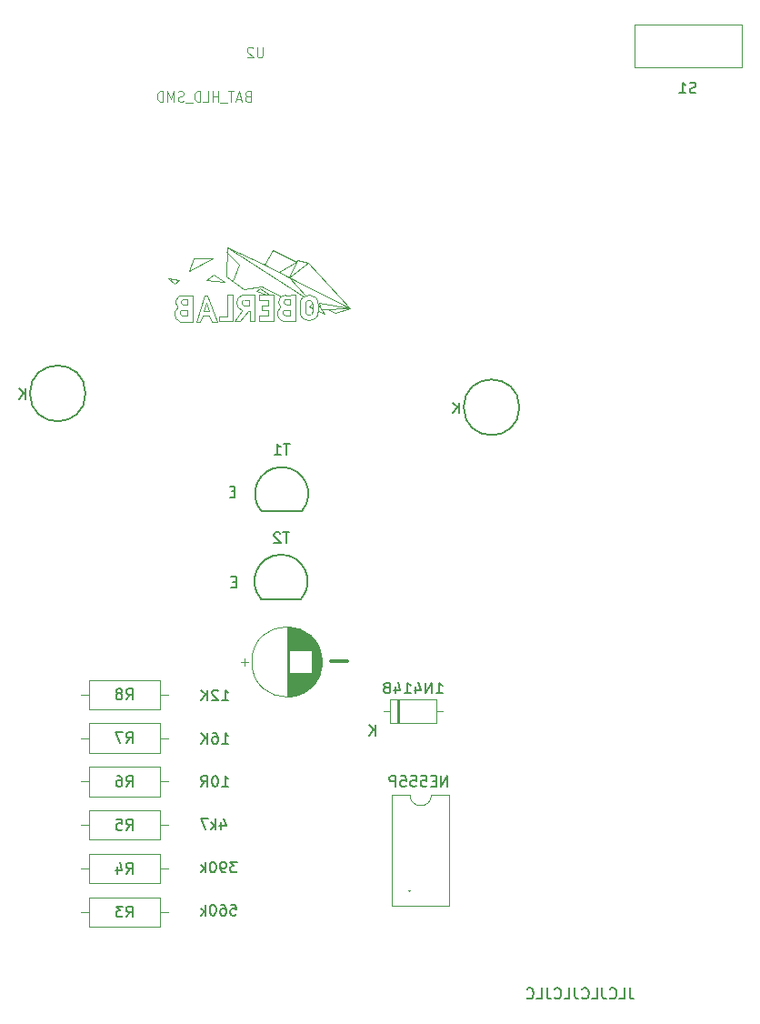
<source format=gbr>
%TF.GenerationSoftware,KiCad,Pcbnew,9.0.6*%
%TF.CreationDate,2026-01-10T10:01:33+01:00*%
%TF.ProjectId,Jumbo,4a756d62-6f2e-46b6-9963-61645f706362,rev?*%
%TF.SameCoordinates,Original*%
%TF.FileFunction,Legend,Bot*%
%TF.FilePolarity,Positive*%
%FSLAX46Y46*%
G04 Gerber Fmt 4.6, Leading zero omitted, Abs format (unit mm)*
G04 Created by KiCad (PCBNEW 9.0.6) date 2026-01-10 10:01:33*
%MOMM*%
%LPD*%
G01*
G04 APERTURE LIST*
%ADD10C,0.150000*%
%ADD11C,0.300000*%
%ADD12C,0.050000*%
%ADD13C,0.120000*%
%ADD14C,0.010000*%
G04 APERTURE END LIST*
D10*
X129843474Y-103050245D02*
G75*
G02*
X133600000Y-103000000I1856526J1650245D01*
G01*
X153900000Y-85200000D02*
G75*
G02*
X148711552Y-85200000I-2594224J0D01*
G01*
X148711552Y-85200000D02*
G75*
G02*
X153900000Y-85200000I2594224J0D01*
G01*
X129843474Y-103050245D02*
X133543474Y-103050245D01*
X129900000Y-94900000D02*
X133600000Y-94900000D01*
X129900000Y-94900000D02*
G75*
G02*
X133656530Y-94849758I1856530J1650240D01*
G01*
X113494224Y-83905776D02*
G75*
G02*
X108305776Y-83905776I-2594224J0D01*
G01*
X108305776Y-83905776D02*
G75*
G02*
X113494224Y-83905776I2594224J0D01*
G01*
D11*
X137861904Y-108847733D02*
X136338095Y-108847733D01*
D10*
X127514285Y-101431009D02*
X127180952Y-101431009D01*
X127038095Y-101954819D02*
X127514285Y-101954819D01*
X127514285Y-101954819D02*
X127514285Y-100954819D01*
X127514285Y-100954819D02*
X127038095Y-100954819D01*
X107861904Y-84454819D02*
X107861904Y-83454819D01*
X107290476Y-84454819D02*
X107719047Y-83883390D01*
X107290476Y-83454819D02*
X107861904Y-84026247D01*
X164177506Y-139269819D02*
X164177506Y-139984104D01*
X164177506Y-139984104D02*
X164225125Y-140126961D01*
X164225125Y-140126961D02*
X164320363Y-140222200D01*
X164320363Y-140222200D02*
X164463220Y-140269819D01*
X164463220Y-140269819D02*
X164558458Y-140269819D01*
X163225125Y-140269819D02*
X163701315Y-140269819D01*
X163701315Y-140269819D02*
X163701315Y-139269819D01*
X162320363Y-140174580D02*
X162367982Y-140222200D01*
X162367982Y-140222200D02*
X162510839Y-140269819D01*
X162510839Y-140269819D02*
X162606077Y-140269819D01*
X162606077Y-140269819D02*
X162748934Y-140222200D01*
X162748934Y-140222200D02*
X162844172Y-140126961D01*
X162844172Y-140126961D02*
X162891791Y-140031723D01*
X162891791Y-140031723D02*
X162939410Y-139841247D01*
X162939410Y-139841247D02*
X162939410Y-139698390D01*
X162939410Y-139698390D02*
X162891791Y-139507914D01*
X162891791Y-139507914D02*
X162844172Y-139412676D01*
X162844172Y-139412676D02*
X162748934Y-139317438D01*
X162748934Y-139317438D02*
X162606077Y-139269819D01*
X162606077Y-139269819D02*
X162510839Y-139269819D01*
X162510839Y-139269819D02*
X162367982Y-139317438D01*
X162367982Y-139317438D02*
X162320363Y-139365057D01*
X161606077Y-139269819D02*
X161606077Y-139984104D01*
X161606077Y-139984104D02*
X161653696Y-140126961D01*
X161653696Y-140126961D02*
X161748934Y-140222200D01*
X161748934Y-140222200D02*
X161891791Y-140269819D01*
X161891791Y-140269819D02*
X161987029Y-140269819D01*
X160653696Y-140269819D02*
X161129886Y-140269819D01*
X161129886Y-140269819D02*
X161129886Y-139269819D01*
X159748934Y-140174580D02*
X159796553Y-140222200D01*
X159796553Y-140222200D02*
X159939410Y-140269819D01*
X159939410Y-140269819D02*
X160034648Y-140269819D01*
X160034648Y-140269819D02*
X160177505Y-140222200D01*
X160177505Y-140222200D02*
X160272743Y-140126961D01*
X160272743Y-140126961D02*
X160320362Y-140031723D01*
X160320362Y-140031723D02*
X160367981Y-139841247D01*
X160367981Y-139841247D02*
X160367981Y-139698390D01*
X160367981Y-139698390D02*
X160320362Y-139507914D01*
X160320362Y-139507914D02*
X160272743Y-139412676D01*
X160272743Y-139412676D02*
X160177505Y-139317438D01*
X160177505Y-139317438D02*
X160034648Y-139269819D01*
X160034648Y-139269819D02*
X159939410Y-139269819D01*
X159939410Y-139269819D02*
X159796553Y-139317438D01*
X159796553Y-139317438D02*
X159748934Y-139365057D01*
X159034648Y-139269819D02*
X159034648Y-139984104D01*
X159034648Y-139984104D02*
X159082267Y-140126961D01*
X159082267Y-140126961D02*
X159177505Y-140222200D01*
X159177505Y-140222200D02*
X159320362Y-140269819D01*
X159320362Y-140269819D02*
X159415600Y-140269819D01*
X158082267Y-140269819D02*
X158558457Y-140269819D01*
X158558457Y-140269819D02*
X158558457Y-139269819D01*
X157177505Y-140174580D02*
X157225124Y-140222200D01*
X157225124Y-140222200D02*
X157367981Y-140269819D01*
X157367981Y-140269819D02*
X157463219Y-140269819D01*
X157463219Y-140269819D02*
X157606076Y-140222200D01*
X157606076Y-140222200D02*
X157701314Y-140126961D01*
X157701314Y-140126961D02*
X157748933Y-140031723D01*
X157748933Y-140031723D02*
X157796552Y-139841247D01*
X157796552Y-139841247D02*
X157796552Y-139698390D01*
X157796552Y-139698390D02*
X157748933Y-139507914D01*
X157748933Y-139507914D02*
X157701314Y-139412676D01*
X157701314Y-139412676D02*
X157606076Y-139317438D01*
X157606076Y-139317438D02*
X157463219Y-139269819D01*
X157463219Y-139269819D02*
X157367981Y-139269819D01*
X157367981Y-139269819D02*
X157225124Y-139317438D01*
X157225124Y-139317438D02*
X157177505Y-139365057D01*
X156463219Y-139269819D02*
X156463219Y-139984104D01*
X156463219Y-139984104D02*
X156510838Y-140126961D01*
X156510838Y-140126961D02*
X156606076Y-140222200D01*
X156606076Y-140222200D02*
X156748933Y-140269819D01*
X156748933Y-140269819D02*
X156844171Y-140269819D01*
X155510838Y-140269819D02*
X155987028Y-140269819D01*
X155987028Y-140269819D02*
X155987028Y-139269819D01*
X154606076Y-140174580D02*
X154653695Y-140222200D01*
X154653695Y-140222200D02*
X154796552Y-140269819D01*
X154796552Y-140269819D02*
X154891790Y-140269819D01*
X154891790Y-140269819D02*
X155034647Y-140222200D01*
X155034647Y-140222200D02*
X155129885Y-140126961D01*
X155129885Y-140126961D02*
X155177504Y-140031723D01*
X155177504Y-140031723D02*
X155225123Y-139841247D01*
X155225123Y-139841247D02*
X155225123Y-139698390D01*
X155225123Y-139698390D02*
X155177504Y-139507914D01*
X155177504Y-139507914D02*
X155129885Y-139412676D01*
X155129885Y-139412676D02*
X155034647Y-139317438D01*
X155034647Y-139317438D02*
X154891790Y-139269819D01*
X154891790Y-139269819D02*
X154796552Y-139269819D01*
X154796552Y-139269819D02*
X154653695Y-139317438D01*
X154653695Y-139317438D02*
X154606076Y-139365057D01*
X148261904Y-85754819D02*
X148261904Y-84754819D01*
X147690476Y-85754819D02*
X148119047Y-85183390D01*
X147690476Y-84754819D02*
X148261904Y-85326247D01*
X127414285Y-93031009D02*
X127080952Y-93031009D01*
X126938095Y-93554819D02*
X127414285Y-93554819D01*
X127414285Y-93554819D02*
X127414285Y-92554819D01*
X127414285Y-92554819D02*
X126938095Y-92554819D01*
X132471904Y-96844819D02*
X131900476Y-96844819D01*
X132186190Y-97844819D02*
X132186190Y-96844819D01*
X131614761Y-96940057D02*
X131567142Y-96892438D01*
X131567142Y-96892438D02*
X131471904Y-96844819D01*
X131471904Y-96844819D02*
X131233809Y-96844819D01*
X131233809Y-96844819D02*
X131138571Y-96892438D01*
X131138571Y-96892438D02*
X131090952Y-96940057D01*
X131090952Y-96940057D02*
X131043333Y-97035295D01*
X131043333Y-97035295D02*
X131043333Y-97130533D01*
X131043333Y-97130533D02*
X131090952Y-97273390D01*
X131090952Y-97273390D02*
X131662380Y-97844819D01*
X131662380Y-97844819D02*
X131043333Y-97844819D01*
X132511904Y-88604819D02*
X131940476Y-88604819D01*
X132226190Y-89604819D02*
X132226190Y-88604819D01*
X131083333Y-89604819D02*
X131654761Y-89604819D01*
X131369047Y-89604819D02*
X131369047Y-88604819D01*
X131369047Y-88604819D02*
X131464285Y-88747676D01*
X131464285Y-88747676D02*
X131559523Y-88842914D01*
X131559523Y-88842914D02*
X131654761Y-88890533D01*
X127590475Y-127504819D02*
X126971428Y-127504819D01*
X126971428Y-127504819D02*
X127304761Y-127885771D01*
X127304761Y-127885771D02*
X127161904Y-127885771D01*
X127161904Y-127885771D02*
X127066666Y-127933390D01*
X127066666Y-127933390D02*
X127019047Y-127981009D01*
X127019047Y-127981009D02*
X126971428Y-128076247D01*
X126971428Y-128076247D02*
X126971428Y-128314342D01*
X126971428Y-128314342D02*
X127019047Y-128409580D01*
X127019047Y-128409580D02*
X127066666Y-128457200D01*
X127066666Y-128457200D02*
X127161904Y-128504819D01*
X127161904Y-128504819D02*
X127447618Y-128504819D01*
X127447618Y-128504819D02*
X127542856Y-128457200D01*
X127542856Y-128457200D02*
X127590475Y-128409580D01*
X126495237Y-128504819D02*
X126304761Y-128504819D01*
X126304761Y-128504819D02*
X126209523Y-128457200D01*
X126209523Y-128457200D02*
X126161904Y-128409580D01*
X126161904Y-128409580D02*
X126066666Y-128266723D01*
X126066666Y-128266723D02*
X126019047Y-128076247D01*
X126019047Y-128076247D02*
X126019047Y-127695295D01*
X126019047Y-127695295D02*
X126066666Y-127600057D01*
X126066666Y-127600057D02*
X126114285Y-127552438D01*
X126114285Y-127552438D02*
X126209523Y-127504819D01*
X126209523Y-127504819D02*
X126399999Y-127504819D01*
X126399999Y-127504819D02*
X126495237Y-127552438D01*
X126495237Y-127552438D02*
X126542856Y-127600057D01*
X126542856Y-127600057D02*
X126590475Y-127695295D01*
X126590475Y-127695295D02*
X126590475Y-127933390D01*
X126590475Y-127933390D02*
X126542856Y-128028628D01*
X126542856Y-128028628D02*
X126495237Y-128076247D01*
X126495237Y-128076247D02*
X126399999Y-128123866D01*
X126399999Y-128123866D02*
X126209523Y-128123866D01*
X126209523Y-128123866D02*
X126114285Y-128076247D01*
X126114285Y-128076247D02*
X126066666Y-128028628D01*
X126066666Y-128028628D02*
X126019047Y-127933390D01*
X125399999Y-127504819D02*
X125304761Y-127504819D01*
X125304761Y-127504819D02*
X125209523Y-127552438D01*
X125209523Y-127552438D02*
X125161904Y-127600057D01*
X125161904Y-127600057D02*
X125114285Y-127695295D01*
X125114285Y-127695295D02*
X125066666Y-127885771D01*
X125066666Y-127885771D02*
X125066666Y-128123866D01*
X125066666Y-128123866D02*
X125114285Y-128314342D01*
X125114285Y-128314342D02*
X125161904Y-128409580D01*
X125161904Y-128409580D02*
X125209523Y-128457200D01*
X125209523Y-128457200D02*
X125304761Y-128504819D01*
X125304761Y-128504819D02*
X125399999Y-128504819D01*
X125399999Y-128504819D02*
X125495237Y-128457200D01*
X125495237Y-128457200D02*
X125542856Y-128409580D01*
X125542856Y-128409580D02*
X125590475Y-128314342D01*
X125590475Y-128314342D02*
X125638094Y-128123866D01*
X125638094Y-128123866D02*
X125638094Y-127885771D01*
X125638094Y-127885771D02*
X125590475Y-127695295D01*
X125590475Y-127695295D02*
X125542856Y-127600057D01*
X125542856Y-127600057D02*
X125495237Y-127552438D01*
X125495237Y-127552438D02*
X125399999Y-127504819D01*
X124638094Y-128504819D02*
X124638094Y-127504819D01*
X124542856Y-128123866D02*
X124257142Y-128504819D01*
X124257142Y-127838152D02*
X124638094Y-128219104D01*
X117286666Y-128604819D02*
X117619999Y-128128628D01*
X117858094Y-128604819D02*
X117858094Y-127604819D01*
X117858094Y-127604819D02*
X117477142Y-127604819D01*
X117477142Y-127604819D02*
X117381904Y-127652438D01*
X117381904Y-127652438D02*
X117334285Y-127700057D01*
X117334285Y-127700057D02*
X117286666Y-127795295D01*
X117286666Y-127795295D02*
X117286666Y-127938152D01*
X117286666Y-127938152D02*
X117334285Y-128033390D01*
X117334285Y-128033390D02*
X117381904Y-128081009D01*
X117381904Y-128081009D02*
X117477142Y-128128628D01*
X117477142Y-128128628D02*
X117858094Y-128128628D01*
X116429523Y-127938152D02*
X116429523Y-128604819D01*
X116667618Y-127557200D02*
X116905713Y-128271485D01*
X116905713Y-128271485D02*
X116286666Y-128271485D01*
X126209524Y-120504819D02*
X126780952Y-120504819D01*
X126495238Y-120504819D02*
X126495238Y-119504819D01*
X126495238Y-119504819D02*
X126590476Y-119647676D01*
X126590476Y-119647676D02*
X126685714Y-119742914D01*
X126685714Y-119742914D02*
X126780952Y-119790533D01*
X125590476Y-119504819D02*
X125495238Y-119504819D01*
X125495238Y-119504819D02*
X125400000Y-119552438D01*
X125400000Y-119552438D02*
X125352381Y-119600057D01*
X125352381Y-119600057D02*
X125304762Y-119695295D01*
X125304762Y-119695295D02*
X125257143Y-119885771D01*
X125257143Y-119885771D02*
X125257143Y-120123866D01*
X125257143Y-120123866D02*
X125304762Y-120314342D01*
X125304762Y-120314342D02*
X125352381Y-120409580D01*
X125352381Y-120409580D02*
X125400000Y-120457200D01*
X125400000Y-120457200D02*
X125495238Y-120504819D01*
X125495238Y-120504819D02*
X125590476Y-120504819D01*
X125590476Y-120504819D02*
X125685714Y-120457200D01*
X125685714Y-120457200D02*
X125733333Y-120409580D01*
X125733333Y-120409580D02*
X125780952Y-120314342D01*
X125780952Y-120314342D02*
X125828571Y-120123866D01*
X125828571Y-120123866D02*
X125828571Y-119885771D01*
X125828571Y-119885771D02*
X125780952Y-119695295D01*
X125780952Y-119695295D02*
X125733333Y-119600057D01*
X125733333Y-119600057D02*
X125685714Y-119552438D01*
X125685714Y-119552438D02*
X125590476Y-119504819D01*
X124257143Y-120504819D02*
X124590476Y-120028628D01*
X124828571Y-120504819D02*
X124828571Y-119504819D01*
X124828571Y-119504819D02*
X124447619Y-119504819D01*
X124447619Y-119504819D02*
X124352381Y-119552438D01*
X124352381Y-119552438D02*
X124304762Y-119600057D01*
X124304762Y-119600057D02*
X124257143Y-119695295D01*
X124257143Y-119695295D02*
X124257143Y-119838152D01*
X124257143Y-119838152D02*
X124304762Y-119933390D01*
X124304762Y-119933390D02*
X124352381Y-119981009D01*
X124352381Y-119981009D02*
X124447619Y-120028628D01*
X124447619Y-120028628D02*
X124828571Y-120028628D01*
X117286666Y-120504819D02*
X117619999Y-120028628D01*
X117858094Y-120504819D02*
X117858094Y-119504819D01*
X117858094Y-119504819D02*
X117477142Y-119504819D01*
X117477142Y-119504819D02*
X117381904Y-119552438D01*
X117381904Y-119552438D02*
X117334285Y-119600057D01*
X117334285Y-119600057D02*
X117286666Y-119695295D01*
X117286666Y-119695295D02*
X117286666Y-119838152D01*
X117286666Y-119838152D02*
X117334285Y-119933390D01*
X117334285Y-119933390D02*
X117381904Y-119981009D01*
X117381904Y-119981009D02*
X117477142Y-120028628D01*
X117477142Y-120028628D02*
X117858094Y-120028628D01*
X116429523Y-119504819D02*
X116619999Y-119504819D01*
X116619999Y-119504819D02*
X116715237Y-119552438D01*
X116715237Y-119552438D02*
X116762856Y-119600057D01*
X116762856Y-119600057D02*
X116858094Y-119742914D01*
X116858094Y-119742914D02*
X116905713Y-119933390D01*
X116905713Y-119933390D02*
X116905713Y-120314342D01*
X116905713Y-120314342D02*
X116858094Y-120409580D01*
X116858094Y-120409580D02*
X116810475Y-120457200D01*
X116810475Y-120457200D02*
X116715237Y-120504819D01*
X116715237Y-120504819D02*
X116524761Y-120504819D01*
X116524761Y-120504819D02*
X116429523Y-120457200D01*
X116429523Y-120457200D02*
X116381904Y-120409580D01*
X116381904Y-120409580D02*
X116334285Y-120314342D01*
X116334285Y-120314342D02*
X116334285Y-120076247D01*
X116334285Y-120076247D02*
X116381904Y-119981009D01*
X116381904Y-119981009D02*
X116429523Y-119933390D01*
X116429523Y-119933390D02*
X116524761Y-119885771D01*
X116524761Y-119885771D02*
X116715237Y-119885771D01*
X116715237Y-119885771D02*
X116810475Y-119933390D01*
X116810475Y-119933390D02*
X116858094Y-119981009D01*
X116858094Y-119981009D02*
X116905713Y-120076247D01*
X126209524Y-116504819D02*
X126780952Y-116504819D01*
X126495238Y-116504819D02*
X126495238Y-115504819D01*
X126495238Y-115504819D02*
X126590476Y-115647676D01*
X126590476Y-115647676D02*
X126685714Y-115742914D01*
X126685714Y-115742914D02*
X126780952Y-115790533D01*
X125352381Y-115504819D02*
X125542857Y-115504819D01*
X125542857Y-115504819D02*
X125638095Y-115552438D01*
X125638095Y-115552438D02*
X125685714Y-115600057D01*
X125685714Y-115600057D02*
X125780952Y-115742914D01*
X125780952Y-115742914D02*
X125828571Y-115933390D01*
X125828571Y-115933390D02*
X125828571Y-116314342D01*
X125828571Y-116314342D02*
X125780952Y-116409580D01*
X125780952Y-116409580D02*
X125733333Y-116457200D01*
X125733333Y-116457200D02*
X125638095Y-116504819D01*
X125638095Y-116504819D02*
X125447619Y-116504819D01*
X125447619Y-116504819D02*
X125352381Y-116457200D01*
X125352381Y-116457200D02*
X125304762Y-116409580D01*
X125304762Y-116409580D02*
X125257143Y-116314342D01*
X125257143Y-116314342D02*
X125257143Y-116076247D01*
X125257143Y-116076247D02*
X125304762Y-115981009D01*
X125304762Y-115981009D02*
X125352381Y-115933390D01*
X125352381Y-115933390D02*
X125447619Y-115885771D01*
X125447619Y-115885771D02*
X125638095Y-115885771D01*
X125638095Y-115885771D02*
X125733333Y-115933390D01*
X125733333Y-115933390D02*
X125780952Y-115981009D01*
X125780952Y-115981009D02*
X125828571Y-116076247D01*
X124828571Y-116504819D02*
X124828571Y-115504819D01*
X124257143Y-116504819D02*
X124685714Y-115933390D01*
X124257143Y-115504819D02*
X124828571Y-116076247D01*
X117286666Y-116454819D02*
X117619999Y-115978628D01*
X117858094Y-116454819D02*
X117858094Y-115454819D01*
X117858094Y-115454819D02*
X117477142Y-115454819D01*
X117477142Y-115454819D02*
X117381904Y-115502438D01*
X117381904Y-115502438D02*
X117334285Y-115550057D01*
X117334285Y-115550057D02*
X117286666Y-115645295D01*
X117286666Y-115645295D02*
X117286666Y-115788152D01*
X117286666Y-115788152D02*
X117334285Y-115883390D01*
X117334285Y-115883390D02*
X117381904Y-115931009D01*
X117381904Y-115931009D02*
X117477142Y-115978628D01*
X117477142Y-115978628D02*
X117858094Y-115978628D01*
X116953332Y-115454819D02*
X116286666Y-115454819D01*
X116286666Y-115454819D02*
X116715237Y-116454819D01*
X126209524Y-112504819D02*
X126780952Y-112504819D01*
X126495238Y-112504819D02*
X126495238Y-111504819D01*
X126495238Y-111504819D02*
X126590476Y-111647676D01*
X126590476Y-111647676D02*
X126685714Y-111742914D01*
X126685714Y-111742914D02*
X126780952Y-111790533D01*
X125828571Y-111600057D02*
X125780952Y-111552438D01*
X125780952Y-111552438D02*
X125685714Y-111504819D01*
X125685714Y-111504819D02*
X125447619Y-111504819D01*
X125447619Y-111504819D02*
X125352381Y-111552438D01*
X125352381Y-111552438D02*
X125304762Y-111600057D01*
X125304762Y-111600057D02*
X125257143Y-111695295D01*
X125257143Y-111695295D02*
X125257143Y-111790533D01*
X125257143Y-111790533D02*
X125304762Y-111933390D01*
X125304762Y-111933390D02*
X125876190Y-112504819D01*
X125876190Y-112504819D02*
X125257143Y-112504819D01*
X124828571Y-112504819D02*
X124828571Y-111504819D01*
X124257143Y-112504819D02*
X124685714Y-111933390D01*
X124257143Y-111504819D02*
X124828571Y-112076247D01*
X117286666Y-112404819D02*
X117619999Y-111928628D01*
X117858094Y-112404819D02*
X117858094Y-111404819D01*
X117858094Y-111404819D02*
X117477142Y-111404819D01*
X117477142Y-111404819D02*
X117381904Y-111452438D01*
X117381904Y-111452438D02*
X117334285Y-111500057D01*
X117334285Y-111500057D02*
X117286666Y-111595295D01*
X117286666Y-111595295D02*
X117286666Y-111738152D01*
X117286666Y-111738152D02*
X117334285Y-111833390D01*
X117334285Y-111833390D02*
X117381904Y-111881009D01*
X117381904Y-111881009D02*
X117477142Y-111928628D01*
X117477142Y-111928628D02*
X117858094Y-111928628D01*
X116715237Y-111833390D02*
X116810475Y-111785771D01*
X116810475Y-111785771D02*
X116858094Y-111738152D01*
X116858094Y-111738152D02*
X116905713Y-111642914D01*
X116905713Y-111642914D02*
X116905713Y-111595295D01*
X116905713Y-111595295D02*
X116858094Y-111500057D01*
X116858094Y-111500057D02*
X116810475Y-111452438D01*
X116810475Y-111452438D02*
X116715237Y-111404819D01*
X116715237Y-111404819D02*
X116524761Y-111404819D01*
X116524761Y-111404819D02*
X116429523Y-111452438D01*
X116429523Y-111452438D02*
X116381904Y-111500057D01*
X116381904Y-111500057D02*
X116334285Y-111595295D01*
X116334285Y-111595295D02*
X116334285Y-111642914D01*
X116334285Y-111642914D02*
X116381904Y-111738152D01*
X116381904Y-111738152D02*
X116429523Y-111785771D01*
X116429523Y-111785771D02*
X116524761Y-111833390D01*
X116524761Y-111833390D02*
X116715237Y-111833390D01*
X116715237Y-111833390D02*
X116810475Y-111881009D01*
X116810475Y-111881009D02*
X116858094Y-111928628D01*
X116858094Y-111928628D02*
X116905713Y-112023866D01*
X116905713Y-112023866D02*
X116905713Y-112214342D01*
X116905713Y-112214342D02*
X116858094Y-112309580D01*
X116858094Y-112309580D02*
X116810475Y-112357200D01*
X116810475Y-112357200D02*
X116715237Y-112404819D01*
X116715237Y-112404819D02*
X116524761Y-112404819D01*
X116524761Y-112404819D02*
X116429523Y-112357200D01*
X116429523Y-112357200D02*
X116381904Y-112309580D01*
X116381904Y-112309580D02*
X116334285Y-112214342D01*
X116334285Y-112214342D02*
X116334285Y-112023866D01*
X116334285Y-112023866D02*
X116381904Y-111928628D01*
X116381904Y-111928628D02*
X116429523Y-111881009D01*
X116429523Y-111881009D02*
X116524761Y-111833390D01*
X126114286Y-123838152D02*
X126114286Y-124504819D01*
X126352381Y-123457200D02*
X126590476Y-124171485D01*
X126590476Y-124171485D02*
X125971429Y-124171485D01*
X125590476Y-124504819D02*
X125590476Y-123504819D01*
X125495238Y-124123866D02*
X125209524Y-124504819D01*
X125209524Y-123838152D02*
X125590476Y-124219104D01*
X124876190Y-123504819D02*
X124209524Y-123504819D01*
X124209524Y-123504819D02*
X124638095Y-124504819D01*
X117286666Y-124554819D02*
X117619999Y-124078628D01*
X117858094Y-124554819D02*
X117858094Y-123554819D01*
X117858094Y-123554819D02*
X117477142Y-123554819D01*
X117477142Y-123554819D02*
X117381904Y-123602438D01*
X117381904Y-123602438D02*
X117334285Y-123650057D01*
X117334285Y-123650057D02*
X117286666Y-123745295D01*
X117286666Y-123745295D02*
X117286666Y-123888152D01*
X117286666Y-123888152D02*
X117334285Y-123983390D01*
X117334285Y-123983390D02*
X117381904Y-124031009D01*
X117381904Y-124031009D02*
X117477142Y-124078628D01*
X117477142Y-124078628D02*
X117858094Y-124078628D01*
X116381904Y-123554819D02*
X116858094Y-123554819D01*
X116858094Y-123554819D02*
X116905713Y-124031009D01*
X116905713Y-124031009D02*
X116858094Y-123983390D01*
X116858094Y-123983390D02*
X116762856Y-123935771D01*
X116762856Y-123935771D02*
X116524761Y-123935771D01*
X116524761Y-123935771D02*
X116429523Y-123983390D01*
X116429523Y-123983390D02*
X116381904Y-124031009D01*
X116381904Y-124031009D02*
X116334285Y-124126247D01*
X116334285Y-124126247D02*
X116334285Y-124364342D01*
X116334285Y-124364342D02*
X116381904Y-124459580D01*
X116381904Y-124459580D02*
X116429523Y-124507200D01*
X116429523Y-124507200D02*
X116524761Y-124554819D01*
X116524761Y-124554819D02*
X116762856Y-124554819D01*
X116762856Y-124554819D02*
X116858094Y-124507200D01*
X116858094Y-124507200D02*
X116905713Y-124459580D01*
X146152857Y-111834819D02*
X146724285Y-111834819D01*
X146438571Y-111834819D02*
X146438571Y-110834819D01*
X146438571Y-110834819D02*
X146533809Y-110977676D01*
X146533809Y-110977676D02*
X146629047Y-111072914D01*
X146629047Y-111072914D02*
X146724285Y-111120533D01*
X145724285Y-111834819D02*
X145724285Y-110834819D01*
X145724285Y-110834819D02*
X145152857Y-111834819D01*
X145152857Y-111834819D02*
X145152857Y-110834819D01*
X144248095Y-111168152D02*
X144248095Y-111834819D01*
X144486190Y-110787200D02*
X144724285Y-111501485D01*
X144724285Y-111501485D02*
X144105238Y-111501485D01*
X143200476Y-111834819D02*
X143771904Y-111834819D01*
X143486190Y-111834819D02*
X143486190Y-110834819D01*
X143486190Y-110834819D02*
X143581428Y-110977676D01*
X143581428Y-110977676D02*
X143676666Y-111072914D01*
X143676666Y-111072914D02*
X143771904Y-111120533D01*
X142343333Y-111168152D02*
X142343333Y-111834819D01*
X142581428Y-110787200D02*
X142819523Y-111501485D01*
X142819523Y-111501485D02*
X142200476Y-111501485D01*
X141676666Y-111263390D02*
X141771904Y-111215771D01*
X141771904Y-111215771D02*
X141819523Y-111168152D01*
X141819523Y-111168152D02*
X141867142Y-111072914D01*
X141867142Y-111072914D02*
X141867142Y-111025295D01*
X141867142Y-111025295D02*
X141819523Y-110930057D01*
X141819523Y-110930057D02*
X141771904Y-110882438D01*
X141771904Y-110882438D02*
X141676666Y-110834819D01*
X141676666Y-110834819D02*
X141486190Y-110834819D01*
X141486190Y-110834819D02*
X141390952Y-110882438D01*
X141390952Y-110882438D02*
X141343333Y-110930057D01*
X141343333Y-110930057D02*
X141295714Y-111025295D01*
X141295714Y-111025295D02*
X141295714Y-111072914D01*
X141295714Y-111072914D02*
X141343333Y-111168152D01*
X141343333Y-111168152D02*
X141390952Y-111215771D01*
X141390952Y-111215771D02*
X141486190Y-111263390D01*
X141486190Y-111263390D02*
X141676666Y-111263390D01*
X141676666Y-111263390D02*
X141771904Y-111311009D01*
X141771904Y-111311009D02*
X141819523Y-111358628D01*
X141819523Y-111358628D02*
X141867142Y-111453866D01*
X141867142Y-111453866D02*
X141867142Y-111644342D01*
X141867142Y-111644342D02*
X141819523Y-111739580D01*
X141819523Y-111739580D02*
X141771904Y-111787200D01*
X141771904Y-111787200D02*
X141676666Y-111834819D01*
X141676666Y-111834819D02*
X141486190Y-111834819D01*
X141486190Y-111834819D02*
X141390952Y-111787200D01*
X141390952Y-111787200D02*
X141343333Y-111739580D01*
X141343333Y-111739580D02*
X141295714Y-111644342D01*
X141295714Y-111644342D02*
X141295714Y-111453866D01*
X141295714Y-111453866D02*
X141343333Y-111358628D01*
X141343333Y-111358628D02*
X141390952Y-111311009D01*
X141390952Y-111311009D02*
X141486190Y-111263390D01*
X140461904Y-115754819D02*
X140461904Y-114754819D01*
X139890476Y-115754819D02*
X140319047Y-115183390D01*
X139890476Y-114754819D02*
X140461904Y-115326247D01*
X127019047Y-131504819D02*
X127495237Y-131504819D01*
X127495237Y-131504819D02*
X127542856Y-131981009D01*
X127542856Y-131981009D02*
X127495237Y-131933390D01*
X127495237Y-131933390D02*
X127399999Y-131885771D01*
X127399999Y-131885771D02*
X127161904Y-131885771D01*
X127161904Y-131885771D02*
X127066666Y-131933390D01*
X127066666Y-131933390D02*
X127019047Y-131981009D01*
X127019047Y-131981009D02*
X126971428Y-132076247D01*
X126971428Y-132076247D02*
X126971428Y-132314342D01*
X126971428Y-132314342D02*
X127019047Y-132409580D01*
X127019047Y-132409580D02*
X127066666Y-132457200D01*
X127066666Y-132457200D02*
X127161904Y-132504819D01*
X127161904Y-132504819D02*
X127399999Y-132504819D01*
X127399999Y-132504819D02*
X127495237Y-132457200D01*
X127495237Y-132457200D02*
X127542856Y-132409580D01*
X126114285Y-131504819D02*
X126304761Y-131504819D01*
X126304761Y-131504819D02*
X126399999Y-131552438D01*
X126399999Y-131552438D02*
X126447618Y-131600057D01*
X126447618Y-131600057D02*
X126542856Y-131742914D01*
X126542856Y-131742914D02*
X126590475Y-131933390D01*
X126590475Y-131933390D02*
X126590475Y-132314342D01*
X126590475Y-132314342D02*
X126542856Y-132409580D01*
X126542856Y-132409580D02*
X126495237Y-132457200D01*
X126495237Y-132457200D02*
X126399999Y-132504819D01*
X126399999Y-132504819D02*
X126209523Y-132504819D01*
X126209523Y-132504819D02*
X126114285Y-132457200D01*
X126114285Y-132457200D02*
X126066666Y-132409580D01*
X126066666Y-132409580D02*
X126019047Y-132314342D01*
X126019047Y-132314342D02*
X126019047Y-132076247D01*
X126019047Y-132076247D02*
X126066666Y-131981009D01*
X126066666Y-131981009D02*
X126114285Y-131933390D01*
X126114285Y-131933390D02*
X126209523Y-131885771D01*
X126209523Y-131885771D02*
X126399999Y-131885771D01*
X126399999Y-131885771D02*
X126495237Y-131933390D01*
X126495237Y-131933390D02*
X126542856Y-131981009D01*
X126542856Y-131981009D02*
X126590475Y-132076247D01*
X125399999Y-131504819D02*
X125304761Y-131504819D01*
X125304761Y-131504819D02*
X125209523Y-131552438D01*
X125209523Y-131552438D02*
X125161904Y-131600057D01*
X125161904Y-131600057D02*
X125114285Y-131695295D01*
X125114285Y-131695295D02*
X125066666Y-131885771D01*
X125066666Y-131885771D02*
X125066666Y-132123866D01*
X125066666Y-132123866D02*
X125114285Y-132314342D01*
X125114285Y-132314342D02*
X125161904Y-132409580D01*
X125161904Y-132409580D02*
X125209523Y-132457200D01*
X125209523Y-132457200D02*
X125304761Y-132504819D01*
X125304761Y-132504819D02*
X125399999Y-132504819D01*
X125399999Y-132504819D02*
X125495237Y-132457200D01*
X125495237Y-132457200D02*
X125542856Y-132409580D01*
X125542856Y-132409580D02*
X125590475Y-132314342D01*
X125590475Y-132314342D02*
X125638094Y-132123866D01*
X125638094Y-132123866D02*
X125638094Y-131885771D01*
X125638094Y-131885771D02*
X125590475Y-131695295D01*
X125590475Y-131695295D02*
X125542856Y-131600057D01*
X125542856Y-131600057D02*
X125495237Y-131552438D01*
X125495237Y-131552438D02*
X125399999Y-131504819D01*
X124638094Y-132504819D02*
X124638094Y-131504819D01*
X124542856Y-132123866D02*
X124257142Y-132504819D01*
X124257142Y-131838152D02*
X124638094Y-132219104D01*
X117286666Y-132654819D02*
X117619999Y-132178628D01*
X117858094Y-132654819D02*
X117858094Y-131654819D01*
X117858094Y-131654819D02*
X117477142Y-131654819D01*
X117477142Y-131654819D02*
X117381904Y-131702438D01*
X117381904Y-131702438D02*
X117334285Y-131750057D01*
X117334285Y-131750057D02*
X117286666Y-131845295D01*
X117286666Y-131845295D02*
X117286666Y-131988152D01*
X117286666Y-131988152D02*
X117334285Y-132083390D01*
X117334285Y-132083390D02*
X117381904Y-132131009D01*
X117381904Y-132131009D02*
X117477142Y-132178628D01*
X117477142Y-132178628D02*
X117858094Y-132178628D01*
X116953332Y-131654819D02*
X116334285Y-131654819D01*
X116334285Y-131654819D02*
X116667618Y-132035771D01*
X116667618Y-132035771D02*
X116524761Y-132035771D01*
X116524761Y-132035771D02*
X116429523Y-132083390D01*
X116429523Y-132083390D02*
X116381904Y-132131009D01*
X116381904Y-132131009D02*
X116334285Y-132226247D01*
X116334285Y-132226247D02*
X116334285Y-132464342D01*
X116334285Y-132464342D02*
X116381904Y-132559580D01*
X116381904Y-132559580D02*
X116429523Y-132607200D01*
X116429523Y-132607200D02*
X116524761Y-132654819D01*
X116524761Y-132654819D02*
X116810475Y-132654819D01*
X116810475Y-132654819D02*
X116905713Y-132607200D01*
X116905713Y-132607200D02*
X116953332Y-132559580D01*
X170321904Y-55907200D02*
X170179047Y-55954819D01*
X170179047Y-55954819D02*
X169940952Y-55954819D01*
X169940952Y-55954819D02*
X169845714Y-55907200D01*
X169845714Y-55907200D02*
X169798095Y-55859580D01*
X169798095Y-55859580D02*
X169750476Y-55764342D01*
X169750476Y-55764342D02*
X169750476Y-55669104D01*
X169750476Y-55669104D02*
X169798095Y-55573866D01*
X169798095Y-55573866D02*
X169845714Y-55526247D01*
X169845714Y-55526247D02*
X169940952Y-55478628D01*
X169940952Y-55478628D02*
X170131428Y-55431009D01*
X170131428Y-55431009D02*
X170226666Y-55383390D01*
X170226666Y-55383390D02*
X170274285Y-55335771D01*
X170274285Y-55335771D02*
X170321904Y-55240533D01*
X170321904Y-55240533D02*
X170321904Y-55145295D01*
X170321904Y-55145295D02*
X170274285Y-55050057D01*
X170274285Y-55050057D02*
X170226666Y-55002438D01*
X170226666Y-55002438D02*
X170131428Y-54954819D01*
X170131428Y-54954819D02*
X169893333Y-54954819D01*
X169893333Y-54954819D02*
X169750476Y-55002438D01*
X168798095Y-55954819D02*
X169369523Y-55954819D01*
X169083809Y-55954819D02*
X169083809Y-54954819D01*
X169083809Y-54954819D02*
X169179047Y-55097676D01*
X169179047Y-55097676D02*
X169274285Y-55192914D01*
X169274285Y-55192914D02*
X169369523Y-55240533D01*
X147176666Y-120514819D02*
X147176666Y-119514819D01*
X147176666Y-119514819D02*
X146605238Y-120514819D01*
X146605238Y-120514819D02*
X146605238Y-119514819D01*
X146129047Y-119991009D02*
X145795714Y-119991009D01*
X145652857Y-120514819D02*
X146129047Y-120514819D01*
X146129047Y-120514819D02*
X146129047Y-119514819D01*
X146129047Y-119514819D02*
X145652857Y-119514819D01*
X144748095Y-119514819D02*
X145224285Y-119514819D01*
X145224285Y-119514819D02*
X145271904Y-119991009D01*
X145271904Y-119991009D02*
X145224285Y-119943390D01*
X145224285Y-119943390D02*
X145129047Y-119895771D01*
X145129047Y-119895771D02*
X144890952Y-119895771D01*
X144890952Y-119895771D02*
X144795714Y-119943390D01*
X144795714Y-119943390D02*
X144748095Y-119991009D01*
X144748095Y-119991009D02*
X144700476Y-120086247D01*
X144700476Y-120086247D02*
X144700476Y-120324342D01*
X144700476Y-120324342D02*
X144748095Y-120419580D01*
X144748095Y-120419580D02*
X144795714Y-120467200D01*
X144795714Y-120467200D02*
X144890952Y-120514819D01*
X144890952Y-120514819D02*
X145129047Y-120514819D01*
X145129047Y-120514819D02*
X145224285Y-120467200D01*
X145224285Y-120467200D02*
X145271904Y-120419580D01*
X143795714Y-119514819D02*
X144271904Y-119514819D01*
X144271904Y-119514819D02*
X144319523Y-119991009D01*
X144319523Y-119991009D02*
X144271904Y-119943390D01*
X144271904Y-119943390D02*
X144176666Y-119895771D01*
X144176666Y-119895771D02*
X143938571Y-119895771D01*
X143938571Y-119895771D02*
X143843333Y-119943390D01*
X143843333Y-119943390D02*
X143795714Y-119991009D01*
X143795714Y-119991009D02*
X143748095Y-120086247D01*
X143748095Y-120086247D02*
X143748095Y-120324342D01*
X143748095Y-120324342D02*
X143795714Y-120419580D01*
X143795714Y-120419580D02*
X143843333Y-120467200D01*
X143843333Y-120467200D02*
X143938571Y-120514819D01*
X143938571Y-120514819D02*
X144176666Y-120514819D01*
X144176666Y-120514819D02*
X144271904Y-120467200D01*
X144271904Y-120467200D02*
X144319523Y-120419580D01*
X142843333Y-119514819D02*
X143319523Y-119514819D01*
X143319523Y-119514819D02*
X143367142Y-119991009D01*
X143367142Y-119991009D02*
X143319523Y-119943390D01*
X143319523Y-119943390D02*
X143224285Y-119895771D01*
X143224285Y-119895771D02*
X142986190Y-119895771D01*
X142986190Y-119895771D02*
X142890952Y-119943390D01*
X142890952Y-119943390D02*
X142843333Y-119991009D01*
X142843333Y-119991009D02*
X142795714Y-120086247D01*
X142795714Y-120086247D02*
X142795714Y-120324342D01*
X142795714Y-120324342D02*
X142843333Y-120419580D01*
X142843333Y-120419580D02*
X142890952Y-120467200D01*
X142890952Y-120467200D02*
X142986190Y-120514819D01*
X142986190Y-120514819D02*
X143224285Y-120514819D01*
X143224285Y-120514819D02*
X143319523Y-120467200D01*
X143319523Y-120467200D02*
X143367142Y-120419580D01*
X142367142Y-120514819D02*
X142367142Y-119514819D01*
X142367142Y-119514819D02*
X141986190Y-119514819D01*
X141986190Y-119514819D02*
X141890952Y-119562438D01*
X141890952Y-119562438D02*
X141843333Y-119610057D01*
X141843333Y-119610057D02*
X141795714Y-119705295D01*
X141795714Y-119705295D02*
X141795714Y-119848152D01*
X141795714Y-119848152D02*
X141843333Y-119943390D01*
X141843333Y-119943390D02*
X141890952Y-119991009D01*
X141890952Y-119991009D02*
X141986190Y-120038628D01*
X141986190Y-120038628D02*
X142367142Y-120038628D01*
D12*
X129969714Y-51644019D02*
X129969714Y-52453542D01*
X129969714Y-52453542D02*
X129926857Y-52548780D01*
X129926857Y-52548780D02*
X129884000Y-52596400D01*
X129884000Y-52596400D02*
X129798285Y-52644019D01*
X129798285Y-52644019D02*
X129626857Y-52644019D01*
X129626857Y-52644019D02*
X129541142Y-52596400D01*
X129541142Y-52596400D02*
X129498285Y-52548780D01*
X129498285Y-52548780D02*
X129455428Y-52453542D01*
X129455428Y-52453542D02*
X129455428Y-51644019D01*
X129069714Y-51739257D02*
X129026857Y-51691638D01*
X129026857Y-51691638D02*
X128941143Y-51644019D01*
X128941143Y-51644019D02*
X128726857Y-51644019D01*
X128726857Y-51644019D02*
X128641143Y-51691638D01*
X128641143Y-51691638D02*
X128598285Y-51739257D01*
X128598285Y-51739257D02*
X128555428Y-51834495D01*
X128555428Y-51834495D02*
X128555428Y-51929733D01*
X128555428Y-51929733D02*
X128598285Y-52072590D01*
X128598285Y-52072590D02*
X129112571Y-52644019D01*
X129112571Y-52644019D02*
X128555428Y-52644019D01*
X128562570Y-56240209D02*
X128433998Y-56287828D01*
X128433998Y-56287828D02*
X128391141Y-56335447D01*
X128391141Y-56335447D02*
X128348284Y-56430685D01*
X128348284Y-56430685D02*
X128348284Y-56573542D01*
X128348284Y-56573542D02*
X128391141Y-56668780D01*
X128391141Y-56668780D02*
X128433998Y-56716400D01*
X128433998Y-56716400D02*
X128519713Y-56764019D01*
X128519713Y-56764019D02*
X128862570Y-56764019D01*
X128862570Y-56764019D02*
X128862570Y-55764019D01*
X128862570Y-55764019D02*
X128562570Y-55764019D01*
X128562570Y-55764019D02*
X128476856Y-55811638D01*
X128476856Y-55811638D02*
X128433998Y-55859257D01*
X128433998Y-55859257D02*
X128391141Y-55954495D01*
X128391141Y-55954495D02*
X128391141Y-56049733D01*
X128391141Y-56049733D02*
X128433998Y-56144971D01*
X128433998Y-56144971D02*
X128476856Y-56192590D01*
X128476856Y-56192590D02*
X128562570Y-56240209D01*
X128562570Y-56240209D02*
X128862570Y-56240209D01*
X128005427Y-56478304D02*
X127576856Y-56478304D01*
X128091141Y-56764019D02*
X127791141Y-55764019D01*
X127791141Y-55764019D02*
X127491141Y-56764019D01*
X127319712Y-55764019D02*
X126805427Y-55764019D01*
X127062569Y-56764019D02*
X127062569Y-55764019D01*
X126719713Y-56859257D02*
X126033998Y-56859257D01*
X125819713Y-56764019D02*
X125819713Y-55764019D01*
X125819713Y-56240209D02*
X125305427Y-56240209D01*
X125305427Y-56764019D02*
X125305427Y-55764019D01*
X124448284Y-56764019D02*
X124876856Y-56764019D01*
X124876856Y-56764019D02*
X124876856Y-55764019D01*
X124148285Y-56764019D02*
X124148285Y-55764019D01*
X124148285Y-55764019D02*
X123933999Y-55764019D01*
X123933999Y-55764019D02*
X123805428Y-55811638D01*
X123805428Y-55811638D02*
X123719713Y-55906876D01*
X123719713Y-55906876D02*
X123676856Y-56002114D01*
X123676856Y-56002114D02*
X123633999Y-56192590D01*
X123633999Y-56192590D02*
X123633999Y-56335447D01*
X123633999Y-56335447D02*
X123676856Y-56525923D01*
X123676856Y-56525923D02*
X123719713Y-56621161D01*
X123719713Y-56621161D02*
X123805428Y-56716400D01*
X123805428Y-56716400D02*
X123933999Y-56764019D01*
X123933999Y-56764019D02*
X124148285Y-56764019D01*
X123462571Y-56859257D02*
X122776856Y-56859257D01*
X122605428Y-56716400D02*
X122476857Y-56764019D01*
X122476857Y-56764019D02*
X122262571Y-56764019D01*
X122262571Y-56764019D02*
X122176857Y-56716400D01*
X122176857Y-56716400D02*
X122133999Y-56668780D01*
X122133999Y-56668780D02*
X122091142Y-56573542D01*
X122091142Y-56573542D02*
X122091142Y-56478304D01*
X122091142Y-56478304D02*
X122133999Y-56383066D01*
X122133999Y-56383066D02*
X122176857Y-56335447D01*
X122176857Y-56335447D02*
X122262571Y-56287828D01*
X122262571Y-56287828D02*
X122433999Y-56240209D01*
X122433999Y-56240209D02*
X122519714Y-56192590D01*
X122519714Y-56192590D02*
X122562571Y-56144971D01*
X122562571Y-56144971D02*
X122605428Y-56049733D01*
X122605428Y-56049733D02*
X122605428Y-55954495D01*
X122605428Y-55954495D02*
X122562571Y-55859257D01*
X122562571Y-55859257D02*
X122519714Y-55811638D01*
X122519714Y-55811638D02*
X122433999Y-55764019D01*
X122433999Y-55764019D02*
X122219714Y-55764019D01*
X122219714Y-55764019D02*
X122091142Y-55811638D01*
X121705428Y-56764019D02*
X121705428Y-55764019D01*
X121705428Y-55764019D02*
X121405428Y-56478304D01*
X121405428Y-56478304D02*
X121105428Y-55764019D01*
X121105428Y-55764019D02*
X121105428Y-56764019D01*
X120676857Y-56764019D02*
X120676857Y-55764019D01*
X120676857Y-55764019D02*
X120462571Y-55764019D01*
X120462571Y-55764019D02*
X120334000Y-55811638D01*
X120334000Y-55811638D02*
X120248285Y-55906876D01*
X120248285Y-55906876D02*
X120205428Y-56002114D01*
X120205428Y-56002114D02*
X120162571Y-56192590D01*
X120162571Y-56192590D02*
X120162571Y-56335447D01*
X120162571Y-56335447D02*
X120205428Y-56525923D01*
X120205428Y-56525923D02*
X120248285Y-56621161D01*
X120248285Y-56621161D02*
X120334000Y-56716400D01*
X120334000Y-56716400D02*
X120462571Y-56764019D01*
X120462571Y-56764019D02*
X120676857Y-56764019D01*
%TO.C,G\u002A\u002A\u002A*%
X121225000Y-73200000D02*
X121800000Y-73675000D01*
X121800000Y-73675000D02*
X122225000Y-73350000D01*
X122225000Y-73350000D02*
X121225000Y-73200000D01*
D13*
X122550000Y-74788605D02*
X123450000Y-74775000D01*
X122949999Y-76170050D02*
X122549999Y-76170050D01*
X122950000Y-75175000D02*
X122700000Y-75175000D01*
X122950000Y-75225000D02*
X122950000Y-75675000D01*
X122950000Y-75675000D02*
X122650000Y-75675000D01*
X122950000Y-76175000D02*
X122950000Y-76675000D01*
X122950000Y-76675000D02*
X122500000Y-76675000D01*
D12*
X123175000Y-72475000D02*
X123525000Y-71300000D01*
D13*
X123450000Y-74775000D02*
X123500000Y-77225000D01*
X123500000Y-77225000D02*
X122300000Y-77225000D01*
D12*
X123525000Y-71300000D02*
X125325000Y-71350000D01*
D13*
X123775000Y-77225000D02*
X124550000Y-74775000D01*
X124175000Y-77225000D02*
X123775000Y-77225000D01*
X124425000Y-76625000D02*
X124175000Y-77225000D01*
X124500000Y-76225000D02*
X124725000Y-75475000D01*
X124550000Y-74775000D02*
X124875000Y-74775000D01*
X124725000Y-75475000D02*
X125000000Y-76225000D01*
D12*
X124750000Y-73400000D02*
X126425000Y-73500000D01*
D13*
X124875000Y-74775000D02*
X125775000Y-77225000D01*
X125000000Y-76225000D02*
X124500000Y-76225000D01*
X125025000Y-76625000D02*
X124425000Y-76625000D01*
X125275000Y-77225000D02*
X125025000Y-76625000D01*
X125275000Y-77225000D02*
X125775000Y-77225000D01*
D12*
X125325000Y-71350000D02*
X123175000Y-72475000D01*
X125450000Y-72825000D02*
X124750000Y-73400000D01*
D13*
X125950000Y-76750000D02*
X125950000Y-77200000D01*
X125950000Y-77200000D02*
X127200000Y-77200000D01*
D12*
X126450000Y-73500000D02*
X125450000Y-72825000D01*
X126600000Y-73050000D02*
X128225000Y-74175000D01*
X126650000Y-70725000D02*
X127775000Y-71950000D01*
X126675000Y-70325000D02*
X126600000Y-73050000D01*
D13*
X126700000Y-76750000D02*
X125950000Y-76750000D01*
X126725000Y-74750000D02*
X126700000Y-76750000D01*
X127175000Y-74750000D02*
X126725000Y-74750000D01*
X127200000Y-77200000D02*
X127175000Y-74750000D01*
X127375000Y-77200000D02*
X128075000Y-76250000D01*
X127475000Y-77200000D02*
X127375000Y-77200000D01*
D12*
X127775000Y-71950000D02*
X127200000Y-73450000D01*
D13*
X127875000Y-77200000D02*
X127475000Y-77200000D01*
X128116269Y-74744594D02*
X129225000Y-74750000D01*
D12*
X128225000Y-74175000D02*
X129900000Y-73950000D01*
D13*
X128275000Y-75200000D02*
X128725000Y-75200000D01*
X128625000Y-76250000D02*
X127875000Y-77200000D01*
X128725000Y-75200000D02*
X128725000Y-75750000D01*
X128725000Y-75750000D02*
X128225000Y-75750000D01*
X128775000Y-76250000D02*
X128625000Y-76250000D01*
X128775000Y-77200000D02*
X128775000Y-76250000D01*
X129225000Y-74750000D02*
X129225000Y-77200000D01*
X129225000Y-77200000D02*
X128775000Y-77200000D01*
D12*
X129375000Y-74400000D02*
X130350000Y-74750000D01*
D13*
X129675000Y-74750000D02*
X130975000Y-74750000D01*
X129675000Y-75250000D02*
X129675000Y-74750000D01*
X129675000Y-76700000D02*
X130525000Y-76700000D01*
X129675000Y-77200000D02*
X129675000Y-76700000D01*
D12*
X129775000Y-74125000D02*
X129375000Y-74400000D01*
D13*
X129875000Y-75700000D02*
X130525000Y-75700000D01*
X129875000Y-76150000D02*
X129875000Y-75700000D01*
D12*
X129900000Y-73950000D02*
X131725000Y-74850000D01*
X130150000Y-71950000D02*
X126675000Y-70325000D01*
X130150000Y-71950000D02*
X132475000Y-73100000D01*
D13*
X130525000Y-75250000D02*
X129675000Y-75250000D01*
X130525000Y-75700000D02*
X130525000Y-75250000D01*
X130525000Y-76150000D02*
X129875000Y-76150000D01*
X130525000Y-76700000D02*
X130525000Y-76150000D01*
D12*
X130550000Y-74725000D02*
X129775000Y-74125000D01*
X130900000Y-70525000D02*
X130150000Y-71950000D01*
X130900000Y-70525000D02*
X133100000Y-71700000D01*
D13*
X130925000Y-77200000D02*
X129675000Y-77200000D01*
X130975000Y-74750000D02*
X131025000Y-77200000D01*
X131025000Y-77200000D02*
X130925000Y-77200000D01*
X132125000Y-74763605D02*
X133025000Y-74750000D01*
D12*
X132475000Y-73100000D02*
X133950000Y-74825000D01*
X132475000Y-73100000D02*
X138125000Y-75950000D01*
D13*
X132524999Y-76145050D02*
X132124999Y-76145050D01*
X132525000Y-75150000D02*
X132275000Y-75150000D01*
X132525000Y-75200000D02*
X132525000Y-75650000D01*
X132525000Y-75650000D02*
X132225000Y-75650000D01*
X132525000Y-76150000D02*
X132525000Y-76650000D01*
X132525000Y-76650000D02*
X132075000Y-76650000D01*
X133025000Y-74750000D02*
X133075000Y-77200000D01*
X133075000Y-77200000D02*
X131875000Y-77200000D01*
D12*
X133100000Y-71700000D02*
X131525000Y-72600000D01*
X133200000Y-71525000D02*
X132475000Y-73100000D01*
D13*
X133475000Y-75600000D02*
X133475000Y-76300000D01*
D12*
X133775000Y-74925000D02*
X126675000Y-70325000D01*
D13*
X133975000Y-75600000D02*
X133975000Y-76250000D01*
D12*
X134225000Y-71775000D02*
X132475000Y-73100000D01*
X134225000Y-71775000D02*
X133200000Y-71525000D01*
X134300000Y-75850000D02*
X134675000Y-76025000D01*
X134625000Y-75450000D02*
X134300000Y-75850000D01*
D13*
X134675000Y-75600000D02*
X134675000Y-76300000D01*
D12*
X135175000Y-76200000D02*
X135725000Y-76475000D01*
D13*
X135175000Y-76300000D02*
X135175000Y-75600000D01*
D12*
X135225000Y-75475000D02*
X135450000Y-76100000D01*
X135450000Y-76100000D02*
X138125000Y-75950000D01*
X135725000Y-76475000D02*
X135150000Y-75675000D01*
X136800000Y-76425000D02*
X135975000Y-76075000D01*
X138125000Y-75950000D02*
X134225000Y-71775000D01*
X138125000Y-75950000D02*
X135225000Y-75475000D01*
X138125000Y-75950000D02*
X136800000Y-76425000D01*
D13*
X122100001Y-75874999D02*
G75*
G02*
X122550000Y-74788605I449999J449999D01*
G01*
X122300001Y-77224999D02*
G75*
G02*
X122123744Y-75916063I249998J699999D01*
G01*
X122500001Y-76674999D02*
G75*
G02*
X122549999Y-76170050I49999J249999D01*
G01*
X122650000Y-75675000D02*
G75*
G02*
X122710634Y-75182464I0J250000D01*
G01*
X128100001Y-76199999D02*
G75*
G02*
X128116269Y-74744594I249999J724999D01*
G01*
X128225001Y-75749999D02*
G75*
G02*
X128225001Y-75200001I124999J274999D01*
G01*
X131675001Y-75849999D02*
G75*
G02*
X132125000Y-74763605I449999J449999D01*
G01*
X131875001Y-77199999D02*
G75*
G02*
X131698744Y-75891063I249998J699999D01*
G01*
X132075001Y-76649999D02*
G75*
G02*
X132124999Y-76145050I49999J249999D01*
G01*
X132225000Y-75650000D02*
G75*
G02*
X132285634Y-75157464I0J250000D01*
G01*
X133475000Y-75600000D02*
G75*
G02*
X135175000Y-75600000I850000J0D01*
G01*
X133975000Y-75600000D02*
G75*
G02*
X134675000Y-75600000I350000J0D01*
G01*
X134675000Y-76300000D02*
G75*
G02*
X133975000Y-76300000I-350000J0D01*
G01*
X135175000Y-76300000D02*
G75*
G02*
X133475000Y-76300000I-850000J0D01*
G01*
D14*
X143672361Y-130195226D02*
X143608542Y-130259045D01*
X143544723Y-130195226D01*
X143608542Y-130131407D01*
X143672361Y-130195226D01*
G36*
X143672361Y-130195226D02*
G01*
X143608542Y-130259045D01*
X143544723Y-130195226D01*
X143608542Y-130131407D01*
X143672361Y-130195226D01*
G37*
D13*
%TO.C,R4*%
X113080000Y-128150000D02*
X113850000Y-128150000D01*
X121160000Y-128150000D02*
X120390000Y-128150000D01*
X113850000Y-129520000D02*
X120390000Y-129520000D01*
X120390000Y-126780000D01*
X113850000Y-126780000D01*
X113850000Y-129520000D01*
%TO.C,R6*%
X113080000Y-120050000D02*
X113850000Y-120050000D01*
X121160000Y-120050000D02*
X120390000Y-120050000D01*
X113850000Y-121420000D02*
X120390000Y-121420000D01*
X120390000Y-118680000D01*
X113850000Y-118680000D01*
X113850000Y-121420000D01*
%TO.C,R7*%
X113080000Y-116000000D02*
X113850000Y-116000000D01*
X121160000Y-116000000D02*
X120390000Y-116000000D01*
X113850000Y-117370000D02*
X120390000Y-117370000D01*
X120390000Y-114630000D01*
X113850000Y-114630000D01*
X113850000Y-117370000D01*
%TO.C,R1off1*%
X113080000Y-111950000D02*
X113850000Y-111950000D01*
X121160000Y-111950000D02*
X120390000Y-111950000D01*
X113850000Y-113320000D02*
X120390000Y-113320000D01*
X120390000Y-110580000D01*
X113850000Y-110580000D01*
X113850000Y-113320000D01*
%TO.C,R5*%
X113080000Y-124100000D02*
X113850000Y-124100000D01*
X121160000Y-124100000D02*
X120390000Y-124100000D01*
X113850000Y-125470000D02*
X120390000Y-125470000D01*
X120390000Y-122730000D01*
X113850000Y-122730000D01*
X113850000Y-125470000D01*
%TO.C,D3*%
X141240000Y-113500000D02*
X141890000Y-113500000D01*
X141890000Y-112380000D02*
X146130000Y-112380000D01*
X141890000Y-114620000D02*
X141890000Y-112380000D01*
X142490000Y-114620000D02*
X142490000Y-112380000D01*
X142610000Y-114620000D02*
X142610000Y-112380000D01*
X142730000Y-114620000D02*
X142730000Y-112380000D01*
X146130000Y-112380000D02*
X146130000Y-114620000D01*
X146130000Y-114620000D02*
X141890000Y-114620000D01*
X146780000Y-113500000D02*
X146130000Y-113500000D01*
%TO.C,R3*%
X113080000Y-132200000D02*
X113850000Y-132200000D01*
X121160000Y-132200000D02*
X120390000Y-132200000D01*
X113850000Y-133570000D02*
X120390000Y-133570000D01*
X120390000Y-130830000D01*
X113850000Y-130830000D01*
X113850000Y-133570000D01*
%TO.C,C1*%
X127985000Y-108925000D02*
X128615000Y-108925000D01*
X128300000Y-109240000D02*
X128300000Y-108610000D01*
X132250000Y-112130000D02*
X132250000Y-105670000D01*
X132290000Y-112130000D02*
X132290000Y-105670000D01*
X132330000Y-112130000D02*
X132330000Y-105670000D01*
X132370000Y-112128000D02*
X132370000Y-105672000D01*
X132410000Y-112127000D02*
X132410000Y-105673000D01*
X132450000Y-112124000D02*
X132450000Y-105676000D01*
X132490000Y-107860000D02*
X132490000Y-105678000D01*
X132490000Y-112122000D02*
X132490000Y-109940000D01*
X132530000Y-107860000D02*
X132530000Y-105682000D01*
X132530000Y-112118000D02*
X132530000Y-109940000D01*
X132570000Y-107860000D02*
X132570000Y-105685000D01*
X132570000Y-112115000D02*
X132570000Y-109940000D01*
X132610000Y-107860000D02*
X132610000Y-105689000D01*
X132610000Y-112111000D02*
X132610000Y-109940000D01*
X132650000Y-107860000D02*
X132650000Y-105694000D01*
X132650000Y-112106000D02*
X132650000Y-109940000D01*
X132690000Y-107860000D02*
X132690000Y-105699000D01*
X132690000Y-112101000D02*
X132690000Y-109940000D01*
X132730000Y-107860000D02*
X132730000Y-105705000D01*
X132730000Y-112095000D02*
X132730000Y-109940000D01*
X132770000Y-107860000D02*
X132770000Y-105711000D01*
X132770000Y-112089000D02*
X132770000Y-109940000D01*
X132810000Y-107860000D02*
X132810000Y-105718000D01*
X132810000Y-112082000D02*
X132810000Y-109940000D01*
X132850000Y-107860000D02*
X132850000Y-105725000D01*
X132850000Y-112075000D02*
X132850000Y-109940000D01*
X132890000Y-107860000D02*
X132890000Y-105733000D01*
X132890000Y-112067000D02*
X132890000Y-109940000D01*
X132930000Y-107860000D02*
X132930000Y-105741000D01*
X132930000Y-112059000D02*
X132930000Y-109940000D01*
X132971000Y-107860000D02*
X132971000Y-105750000D01*
X132971000Y-112050000D02*
X132971000Y-109940000D01*
X133011000Y-107860000D02*
X133011000Y-105759000D01*
X133011000Y-112041000D02*
X133011000Y-109940000D01*
X133051000Y-107860000D02*
X133051000Y-105769000D01*
X133051000Y-112031000D02*
X133051000Y-109940000D01*
X133091000Y-107860000D02*
X133091000Y-105779000D01*
X133091000Y-112021000D02*
X133091000Y-109940000D01*
X133131000Y-107860000D02*
X133131000Y-105790000D01*
X133131000Y-112010000D02*
X133131000Y-109940000D01*
X133171000Y-107860000D02*
X133171000Y-105802000D01*
X133171000Y-111998000D02*
X133171000Y-109940000D01*
X133211000Y-107860000D02*
X133211000Y-105814000D01*
X133211000Y-111986000D02*
X133211000Y-109940000D01*
X133251000Y-107860000D02*
X133251000Y-105826000D01*
X133251000Y-111974000D02*
X133251000Y-109940000D01*
X133291000Y-107860000D02*
X133291000Y-105839000D01*
X133291000Y-111961000D02*
X133291000Y-109940000D01*
X133331000Y-107860000D02*
X133331000Y-105853000D01*
X133331000Y-111947000D02*
X133331000Y-109940000D01*
X133371000Y-107860000D02*
X133371000Y-105867000D01*
X133371000Y-111933000D02*
X133371000Y-109940000D01*
X133411000Y-107860000D02*
X133411000Y-105882000D01*
X133411000Y-111918000D02*
X133411000Y-109940000D01*
X133451000Y-107860000D02*
X133451000Y-105898000D01*
X133451000Y-111902000D02*
X133451000Y-109940000D01*
X133491000Y-107860000D02*
X133491000Y-105914000D01*
X133491000Y-111886000D02*
X133491000Y-109940000D01*
X133531000Y-107860000D02*
X133531000Y-105930000D01*
X133531000Y-111870000D02*
X133531000Y-109940000D01*
X133571000Y-107860000D02*
X133571000Y-105948000D01*
X133571000Y-111852000D02*
X133571000Y-109940000D01*
X133611000Y-107860000D02*
X133611000Y-105966000D01*
X133611000Y-111834000D02*
X133611000Y-109940000D01*
X133651000Y-107860000D02*
X133651000Y-105984000D01*
X133651000Y-111816000D02*
X133651000Y-109940000D01*
X133691000Y-107860000D02*
X133691000Y-106004000D01*
X133691000Y-111796000D02*
X133691000Y-109940000D01*
X133731000Y-107860000D02*
X133731000Y-106024000D01*
X133731000Y-111776000D02*
X133731000Y-109940000D01*
X133771000Y-107860000D02*
X133771000Y-106044000D01*
X133771000Y-111756000D02*
X133771000Y-109940000D01*
X133811000Y-107860000D02*
X133811000Y-106066000D01*
X133811000Y-111734000D02*
X133811000Y-109940000D01*
X133851000Y-107860000D02*
X133851000Y-106088000D01*
X133851000Y-111712000D02*
X133851000Y-109940000D01*
X133891000Y-107860000D02*
X133891000Y-106110000D01*
X133891000Y-111690000D02*
X133891000Y-109940000D01*
X133931000Y-107860000D02*
X133931000Y-106134000D01*
X133931000Y-111666000D02*
X133931000Y-109940000D01*
X133971000Y-107860000D02*
X133971000Y-106158000D01*
X133971000Y-111642000D02*
X133971000Y-109940000D01*
X134011000Y-107860000D02*
X134011000Y-106184000D01*
X134011000Y-111616000D02*
X134011000Y-109940000D01*
X134051000Y-107860000D02*
X134051000Y-106210000D01*
X134051000Y-111590000D02*
X134051000Y-109940000D01*
X134091000Y-107860000D02*
X134091000Y-106236000D01*
X134091000Y-111564000D02*
X134091000Y-109940000D01*
X134131000Y-107860000D02*
X134131000Y-106264000D01*
X134131000Y-111536000D02*
X134131000Y-109940000D01*
X134171000Y-107860000D02*
X134171000Y-106293000D01*
X134171000Y-111507000D02*
X134171000Y-109940000D01*
X134211000Y-107860000D02*
X134211000Y-106322000D01*
X134211000Y-111478000D02*
X134211000Y-109940000D01*
X134251000Y-107860000D02*
X134251000Y-106352000D01*
X134251000Y-111448000D02*
X134251000Y-109940000D01*
X134291000Y-107860000D02*
X134291000Y-106384000D01*
X134291000Y-111416000D02*
X134291000Y-109940000D01*
X134331000Y-107860000D02*
X134331000Y-106416000D01*
X134331000Y-111384000D02*
X134331000Y-109940000D01*
X134371000Y-107860000D02*
X134371000Y-106450000D01*
X134371000Y-111350000D02*
X134371000Y-109940000D01*
X134411000Y-107860000D02*
X134411000Y-106484000D01*
X134411000Y-111316000D02*
X134411000Y-109940000D01*
X134451000Y-107860000D02*
X134451000Y-106520000D01*
X134451000Y-111280000D02*
X134451000Y-109940000D01*
X134491000Y-107860000D02*
X134491000Y-106557000D01*
X134491000Y-111243000D02*
X134491000Y-109940000D01*
X134531000Y-107860000D02*
X134531000Y-106595000D01*
X134531000Y-111205000D02*
X134531000Y-109940000D01*
X134571000Y-111165000D02*
X134571000Y-106635000D01*
X134611000Y-111124000D02*
X134611000Y-106676000D01*
X134651000Y-111082000D02*
X134651000Y-106718000D01*
X134691000Y-111037000D02*
X134691000Y-106763000D01*
X134731000Y-110992000D02*
X134731000Y-106808000D01*
X134771000Y-110944000D02*
X134771000Y-106856000D01*
X134811000Y-110895000D02*
X134811000Y-106905000D01*
X134851000Y-110844000D02*
X134851000Y-106956000D01*
X134891000Y-110790000D02*
X134891000Y-107010000D01*
X134931000Y-110734000D02*
X134931000Y-107066000D01*
X134971000Y-110676000D02*
X134971000Y-107124000D01*
X135011000Y-110614000D02*
X135011000Y-107186000D01*
X135051000Y-110550000D02*
X135051000Y-107250000D01*
X135091000Y-110481000D02*
X135091000Y-107319000D01*
X135131000Y-110409000D02*
X135131000Y-107391000D01*
X135171000Y-110332000D02*
X135171000Y-107468000D01*
X135211000Y-110250000D02*
X135211000Y-107550000D01*
X135251000Y-110162000D02*
X135251000Y-107638000D01*
X135291000Y-110065000D02*
X135291000Y-107735000D01*
X135331000Y-109959000D02*
X135331000Y-107841000D01*
X135371000Y-109840000D02*
X135371000Y-107960000D01*
X135411000Y-109702000D02*
X135411000Y-108098000D01*
X135451000Y-109533000D02*
X135451000Y-108267000D01*
X135491000Y-109302000D02*
X135491000Y-108498000D01*
X136370000Y-108900000D02*
X137000000Y-108900000D01*
X135520000Y-108900000D02*
G75*
G02*
X128980000Y-108900000I-3270000J0D01*
G01*
X128980000Y-108900000D02*
G75*
G02*
X135520000Y-108900000I3270000J0D01*
G01*
%TO.C,S1*%
X164632400Y-49569600D02*
X164607000Y-53506600D01*
X164632400Y-53506600D02*
X174589200Y-53506600D01*
X174589200Y-49569600D02*
X164632400Y-49569600D01*
X174589200Y-53506600D02*
X174589200Y-49569600D01*
%TO.C,U1*%
X142060000Y-121290000D02*
X143710000Y-121290000D01*
X142060000Y-131570000D02*
X142060000Y-121290000D01*
X145710000Y-121290000D02*
X147360000Y-121290000D01*
X147360000Y-121290000D02*
X147360000Y-131570000D01*
X147360000Y-131570000D02*
X142060000Y-131570000D01*
X145710000Y-121290000D02*
G75*
G02*
X143710000Y-121290000I-1000000J0D01*
G01*
%TD*%
M02*

</source>
